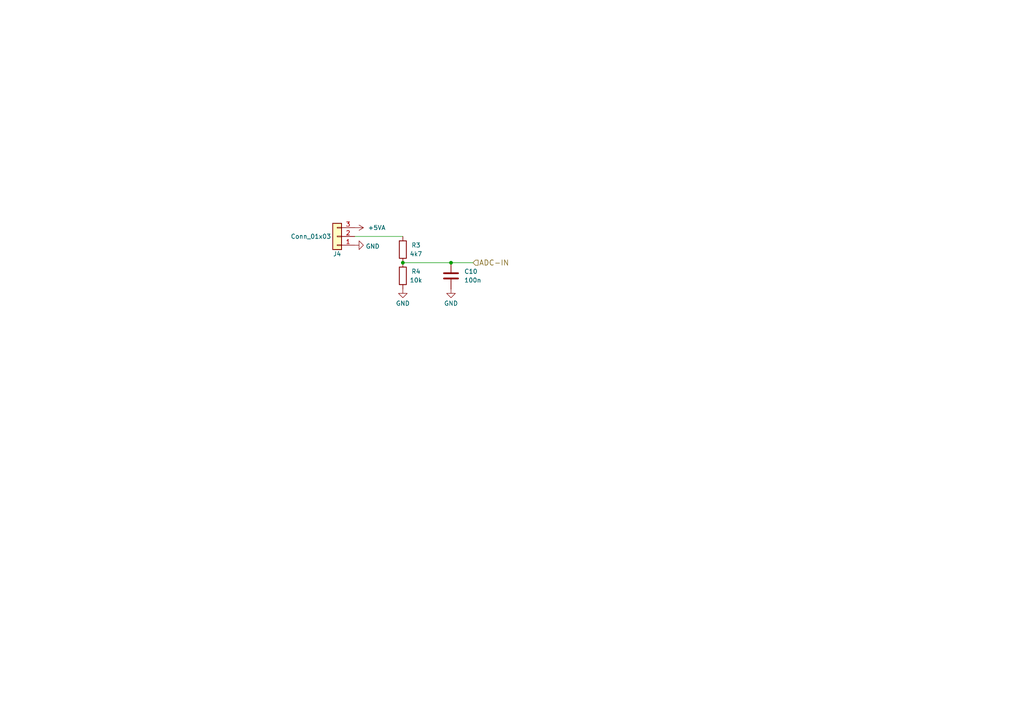
<source format=kicad_sch>
(kicad_sch (version 20230121) (generator eeschema)
  (paper "A4")
  (lib_symbols
    (symbol "Connector_Generic:Conn_01x03" (pin_names (offset 1.016) hide)
      (property "Reference" "J" (at 0 5.08 0))
      (property "Value" "Conn_01x03" (at 0 -5.08 0))
      (symbol "Conn_01x03_1_1"
        (rectangle (start -1.27 -2.413) (end 0 -2.667) (stroke (width 0.1524)))
        (rectangle (start -1.27 0.127) (end 0 -0.127) (stroke (width 0.1524)))
        (rectangle (start -1.27 2.667) (end 0 2.413) (stroke (width 0.1524)))
        (rectangle (start -1.27 3.81) (end 1.27 -3.81) (stroke (width 0.254)) (fill (type background)))
        (pin passive line (at -5.08 2.54 0) (length 3.81) (name "Pin_1") (number "1"))
        (pin passive line (at -5.08 0 0) (length 3.81) (name "Pin_2") (number "2"))
        (pin passive line (at -5.08 -2.54 0) (length 3.81) (name "Pin_3") (number "3"))
      )
    )
    (symbol "Device:C" (pin_numbers hide) (pin_names (offset 0.254))
      (property "Reference" "C" (at 0.635 2.54 0))
      (property "Value" "C" (at 0.635 -2.54 0))
      (symbol "C_0_1"
        (polyline (pts (xy -2.032 -0.762) (xy 2.032 -0.762)) (stroke (width 0.508)))
        (polyline (pts (xy -2.032 0.762) (xy 2.032 0.762)) (stroke (width 0.508)))
      )
      (symbol "C_1_1"
        (pin passive line (at 0 3.81 270) (length 2.794) (name "~") (number "1"))
        (pin passive line (at 0 -3.81 90) (length 2.794) (name "~") (number "2"))
      )
    )
    (symbol "Device:R" (pin_numbers hide) (pin_names (offset 0))
      (property "Reference" "R" (at 2.032 0 90))
      (property "Value" "R" (at 0 0 90))
      (symbol "R_0_1"
        (rectangle (start -1.016 -2.54) (end 1.016 2.54) (stroke (width 0.254)))
      )
      (symbol "R_1_1"
        (pin passive line (at 0 3.81 270) (length 1.27) (name "~") (number "1"))
        (pin passive line (at 0 -3.81 90) (length 1.27) (name "~") (number "2"))
      )
    )
    (symbol "power:+5VA" (power) (pin_names (offset 0))
      (property "Value" "+5VA" (at 0 3.556 0))
      (symbol "+5VA_0_1"
        (polyline (pts (xy -0.762 1.27) (xy 0 2.54)))
        (polyline (pts (xy 0 0) (xy 0 2.54)))
        (polyline (pts (xy 0 2.54) (xy 0.762 1.27)))
      )
      (symbol "+5VA_1_1"
        (pin power_in line (at 0 0 90) (length 0) hide (name "+5VA") (number "1"))
      )
    )
    (symbol "power:GND" (power) (pin_names (offset 0))
      (property "Value" "GND" (at 0 -3.81 0))
      (symbol "GND_0_1"
        (polyline (pts (xy 0 0) (xy 0 -1.27) (xy 1.27 -1.27) (xy 0 -2.54) (xy -1.27 -1.27) (xy 0 -1.27)))
      )
      (symbol "GND_1_1"
        (pin power_in line (at 0 0 270) (length 0) hide (name "GND") (number "1"))
      )
    )
  )
  (junction (at 116.84 76.2))
  (junction (at 130.81 76.2))
  (wire (pts (xy 130.81 76.2) (xy 137.16 76.2)))
  (wire (pts (xy 102.87 68.58) (xy 116.84 68.58)))
  (wire (pts (xy 116.84 76.2) (xy 130.81 76.2)))
  (hierarchical_label "ADC-IN" (shape input) (at 137.16 76.2 0) (effects (font (size 1.524 1.524))))
  (symbol (lib_id "Connector_Generic:Conn_01x03") (at 97.79 68.58 180) (unit 1)
    (property "Reference" "J4" (at 97.79 73.66 0))
    (property "Value" "Conn_01x03" (at 90.17 68.58 0))
    (property "Footprint" "Connector_JST:JST_XH_S3B-XH-A-1_1x03_P2.50mm_Horizontal" (effects hide))
    (instances (project "nanook-as" (path "" (reference "J4") (unit 1)) (path "" (reference "J5") (unit 1))))
  )
  (symbol (lib_id "Device:R") (at 116.84 72.39 0) (unit 1)
    (property "Reference" "R3" (at 120.65 71.12 0))
    (property "Value" "4k7" (at 120.65 73.66 0))
    (property "Footprint" "Resistor_SMD:R_0805_2012Metric" (effects hide))
    (instances (project "nanook-as" (path "" (reference "R3") (unit 1)) (path "" (reference "R5") (unit 1))))
  )
  (symbol (lib_id "Device:R") (at 116.84 80.01 0) (unit 1)
    (property "Reference" "R4" (at 120.65 78.74 0))
    (property "Value" "10k" (at 120.65 81.28 0))
    (property "Footprint" "Resistor_SMD:R_0805_2012Metric" (effects hide))
    (instances (project "nanook-as" (path "" (reference "R4") (unit 1)) (path "" (reference "R6") (unit 1))))
  )
  (symbol (lib_id "Device:C") (at 130.81 80.01 0) (unit 1)
    (property "Reference" "C10" (at 134.62 78.74 0) (effects (justify left)))
    (property "Value" "100n" (at 134.62 81.28 0) (effects (justify left)))
    (property "Footprint" "Capacitor_SMD:C_0805_2012Metric" (effects hide))
    (instances (project "nanook-as" (path "" (reference "C10") (unit 1)) (path "" (reference "C11") (unit 1))))
  )
  (symbol (lib_id "power:GND") (at 102.87 71.12 90) (unit 1)
    (property "Reference" "#PWR0130" (effects hide))
    (property "Value" "GND" (at 106.045 71.4519 90) (effects (justify right)))
    (instances (project "nanook-as" (path "" (reference "#PWR0130") (unit 1)) (path "" (reference "#PWR0134") (unit 1))))
  )
  (symbol (lib_id "power:GND") (at 116.84 83.82 0) (unit 1)
    (property "Reference" "#PWR0128" (effects hide))
    (property "Value" "GND" (at 116.84 87.9952 0))
    (instances (project "nanook-as" (path "" (reference "#PWR0128") (unit 1)) (path "" (reference "#PWR0132") (unit 1))))
  )
  (symbol (lib_id "power:GND") (at 130.81 83.82 0) (unit 1)
    (property "Reference" "#PWR0127" (effects hide))
    (property "Value" "GND" (at 130.81 87.9952 0))
    (instances (project "nanook-as" (path "" (reference "#PWR0127") (unit 1)) (path "" (reference "#PWR0131") (unit 1))))
  )
  (symbol (lib_id "power:+5VA") (at 102.87 66.04 270) (unit 1)
    (property "Reference" "#PWR0129" (effects hide))
    (property "Value" "+5VA" (at 106.68 66.04 90) (effects (justify left)))
    (instances (project "nanook-as" (path "" (reference "#PWR0129") (unit 1)) (path "" (reference "#PWR0133") (unit 1))))
  )
)
</source>
